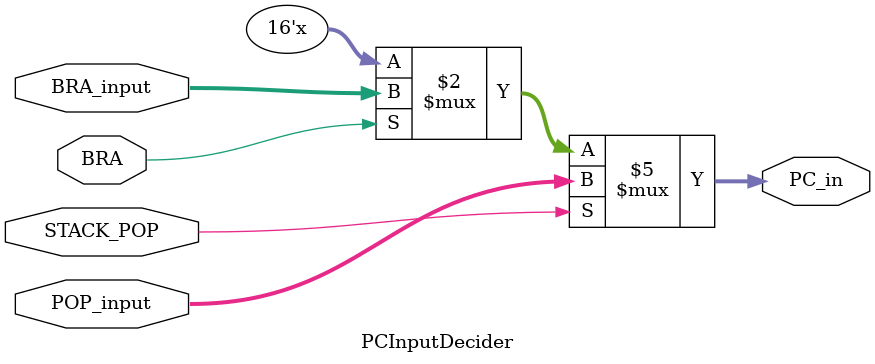
<source format=v>
module PCInputDecider(
   input [15:0] POP_input,
   input [15:0] BRA_input,
   input STACK_POP, BRA,
   output reg [15:0] PC_in
);

always @(*) begin
    if (STACK_POP) begin
      PC_in <= POP_input;
    end
    else if (BRA) begin
      PC_in <= BRA_input;
    end
end

endmodule
</source>
